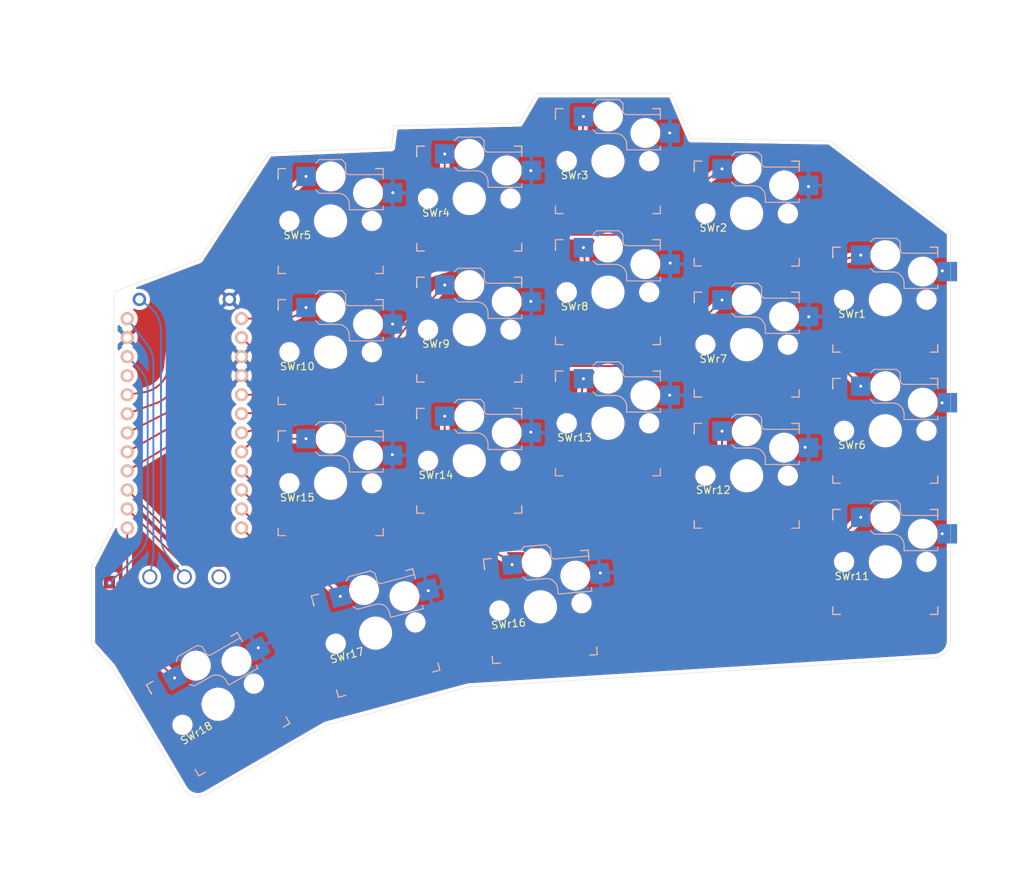
<source format=kicad_pcb>
(kicad_pcb (version 20211014) (generator pcbnew)
  (layers (0 "F.Cu" signal) (31 "B.Cu" signal) (34 "B.Paste" user) (35 "F.Paste" user) (36 "B.SilkS" user "B.Silkscreen") (37 "F.SilkS" user "F.Silkscreen") (38 "B.Mask" user) (39 "F.Mask" user) (44 "Edge.Cuts" user))
  (net 0 "")
  (net 1 "BT+")
  (net 2 "gnd")
  (net 3 "Net-(SW_POWER1-Pad1)")
  (net 4 "raw")
  (net 5 "Switch18_r")
  (net 6 "reset_r")
  (net 7 "Switch9_r")
  (net 8 "Switch10_r")
  (net 9 "Switch11_r")
  (net 10 "Switch12_r")
  (net 11 "Switch13_r")
  (net 12 "Switch14_r")
  (net 13 "Switch15_r")
  (net 14 "Switch16_r")
  (net 15 "Switch17_r")
  (net 16 "Switch1_r")
  (net 17 "Switch2_r")
  (net 18 "Switch3_r")
  (net 19 "Switch4_r")
  (net 20 "Switch5_r")
  (net 21 "Switch6_r")
  (net 22 "Switch7_r")
  (net 23 "Switch8_r")
  (net 24 "Net-(U2-Pad21)")
  (footprint "Button_Switch_Keyboard:Kailh_socket_PG1350_reversible" (layer "F.Cu") (at 176.531791 103.894901)
    (fp_text reference "SWr12" (at -4.445 1.905 180) (layer "F.SilkS"))
    (fp_text value "SW_Push")
    (pad "" np_thru_hole circle locked (at 5.5 0 180) (size 1.7018 1.7018) (drill 1.7018) (layers *.Cu *.Mask))
    (pad "" np_thru_hole circle locked (at -5.5 0 180) (size 1.7018 1.7018) (drill 1.7018) (layers *.Cu *.Mask))
    (pad "" np_thru_hole circle locked (at 5 -3.75 180) (size 3 3) (drill 3) (layers *.Cu *.Mask))
    (pad "" np_thru_hole circle locked (at 0 0 180) (size 3.429 3.429) (drill 3.429) (layers *.Cu *.Mask))
    (pad "" np_thru_hole circle locked (at 0 -5.95 180) (size 3 3) (drill 3) (layers *.Cu *.Mask))
    (pad "1" smd rect locked (at -3.275 -5.95 180) (size 2.6 2.6) (layers "B.Cu" "B.Paste" "B.Mask") (net 10 "Switch12_r"))
    (pad "2" smd rect locked (at 8.275 -3.75 180) (size 2.6 2.6) (layers "B.Cu" "B.Paste" "B.Mask") (net 2 "gnd"))
  )
  (footprint "Button_Switch_Keyboard:Kailh_socket_PG1350_reversible" (layer "F.Cu") (at 195.031791 80.394901)
    (fp_text reference "SWr1" (at -4.445 1.905 180) (layer "F.SilkS"))
    (fp_text value "SW_Push")
    (pad "" np_thru_hole circle locked (at 0 0 180) (size 3.429 3.429) (drill 3.429) (layers *.Cu *.Mask))
    (pad "" np_thru_hole circle locked (at -5.5 0 180) (size 1.7018 1.7018) (drill 1.7018) (layers *.Cu *.Mask))
    (pad "" np_thru_hole circle locked (at 5 -3.75 180) (size 3 3) (drill 3) (layers *.Cu *.Mask))
    (pad "" np_thru_hole circle locked (at 5.5 0 180) (size 1.7018 1.7018) (drill 1.7018) (layers *.Cu *.Mask))
    (pad "" np_thru_hole circle locked (at 0 -5.95 180) (size 3 3) (drill 3) (layers *.Cu *.Mask))
    (pad "1" smd rect locked (at -3.275 -5.95 180) (size 2.6 2.6) (layers "B.Cu" "B.Paste" "B.Mask") (net 16 "Switch1_r"))
    (pad "2" smd rect locked (at 8.275 -3.75 180) (size 2.6 2.6) (layers "B.Cu" "B.Paste" "B.Mask") (net 2 "gnd"))
  )
  (footprint "Button_Switch_Keyboard:Kailh_socket_PG1350_reversible" (layer "F.Cu") (at 176.531791 68.894901)
    (fp_text reference "SWr2" (at -4.445 1.905 180) (layer "F.SilkS"))
    (fp_text value "SW_Push")
    (pad "" np_thru_hole circle locked (at 0 -5.95 180) (size 3 3) (drill 3) (layers *.Cu *.Mask))
    (pad "" np_thru_hole circle locked (at 5.5 0 180) (size 1.7018 1.7018) (drill 1.7018) (layers *.Cu *.Mask))
    (pad "" np_thru_hole circle locked (at 5 -3.75 180) (size 3 3) (drill 3) (layers *.Cu *.Mask))
    (pad "" np_thru_hole circle locked (at 0 0 180) (size 3.429 3.429) (drill 3.429) (layers *.Cu *.Mask))
    (pad "" np_thru_hole circle locked (at -5.5 0 180) (size 1.7018 1.7018) (drill 1.7018) (layers *.Cu *.Mask))
    (pad "1" smd rect locked (at -3.275 -5.95 180) (size 2.6 2.6) (layers "B.Cu" "B.Paste" "B.Mask") (net 17 "Switch2_r"))
    (pad "2" smd rect locked (at 8.275 -3.75 180) (size 2.6 2.6) (layers "B.Cu" "B.Paste" "B.Mask") (net 2 "gnd"))
  )
  (footprint "Button_Switch_Keyboard:Kailh_socket_PG1350_reversible" (layer "F.Cu") (at 139.531791 101.894901)
    (fp_text reference "SWr14" (at -4.445 1.905 180) (layer "F.SilkS"))
    (fp_text value "SW_Push")
    (pad "" np_thru_hole circle locked (at 0 0 180) (size 3.429 3.429) (drill 3.429) (layers *.Cu *.Mask))
    (pad "" np_thru_hole circle locked (at -5.5 0 180) (size 1.7018 1.7018) (drill 1.7018) (layers *.Cu *.Mask))
    (pad "" np_thru_hole circle locked (at 5 -3.75 180) (size 3 3) (drill 3) (layers *.Cu *.Mask))
    (pad "" np_thru_hole circle locked (at 0 -5.95 180) (size 3 3) (drill 3) (layers *.Cu *.Mask))
    (pad "" np_thru_hole circle locked (at 5.5 0 180) (size 1.7018 1.7018) (drill 1.7018) (layers *.Cu *.Mask))
    (pad "1" smd rect locked (at -3.275 -5.95 180) (size 2.6 2.6) (layers "B.Cu" "B.Paste" "B.Mask") (net 12 "Switch14_r"))
    (pad "2" smd rect locked (at 8.275 -3.75 180) (size 2.6 2.6) (layers "B.Cu" "B.Paste" "B.Mask") (net 2 "gnd"))
  )
  (footprint "Button_Switch_Keyboard:Kailh_socket_PG1350_reversible" (layer "F.Cu") (at 106.031791 134.394901 30)
    (fp_text reference "SWr18" (at -4.445 1.905 210) (layer "F.SilkS"))
    (fp_text value "SW_Push")
    (pad "" np_thru_hole circle locked (at 5 -3.75 210) (size 3 3) (drill 3) (layers *.Cu *.Mask))
    (pad "" np_thru_hole circle locked (at -5.5 0 210) (size 1.7018 1.7018) (drill 1.7018) (layers *.Cu *.Mask))
    (pad "" np_thru_hole circle locked (at 0 0 210) (size 3.429 3.429) (drill 3.429) (layers *.Cu *.Mask))
    (pad "" np_thru_hole circle locked (at 5.5 0 210) (size 1.7018 1.7018) (drill 1.7018) (layers *.Cu *.Mask))
    (pad "" np_thru_hole circle locked (at 0 -5.95 210) (size 3 3) (drill 3) (layers *.Cu *.Mask))
    (pad "1" smd rect locked (at -3.275 -5.95 210) (size 2.6 2.6) (layers "B.Cu" "B.Paste" "B.Mask") (net 5 "Switch18_r"))
    (pad "2" smd rect locked (at 8.275 -3.75 210) (size 2.6 2.6) (layers "B.Cu" "B.Paste" "B.Mask") (net 2 "gnd"))
  )
  (footprint "Button_Switch_Keyboard:Kailh_socket_PG1350_reversible" (layer "F.Cu") (at 149.031791 121.394901 5)
    (fp_text reference "SWr16" (at -4.445 1.905 185) (layer "F.SilkS"))
    (fp_text value "SW_Push")
    (pad "" np_thru_hole circle locked (at 0 0 185) (size 3.429 3.429) (drill 3.429) (layers *.Cu *.Mask))
    (pad "" np_thru_hole circle locked (at 5.5 0 185) (size 1.7018 1.7018) (drill 1.7018) (layers *.Cu *.Mask))
    (pad "" np_thru_hole circle locked (at 5 -3.75 185) (size 3 3) (drill 3) (layers *.Cu *.Mask))
    (pad "" np_thru_hole circle locked (at 0 -5.95 185) (size 3 3) (drill 3) (layers *.Cu *.Mask))
    (pad "" np_thru_hole circle locked (at -5.5 0 185) (size 1.7018 1.7018) (drill 1.7018) (layers *.Cu *.Mask))
    (pad "1" smd rect locked (at -3.275 -5.95 185) (size 2.6 2.6) (layers "B.Cu" "B.Paste" "B.Mask") (net 14 "Switch16_r"))
    (pad "2" smd rect locked (at 8.275 -3.75 185) (size 2.6 2.6) (layers "B.Cu" "B.Paste" "B.Mask") (net 2 "gnd"))
  )
  (footprint "Button_Switch_Keyboard:Kailh_socket_PG1350_reversible" (layer "F.Cu") (at 195.031791 115.394901)
    (fp_text reference "SWr11" (at -4.445 1.905 180) (layer "F.SilkS"))
    (fp_text value "SW_Push")
    (pad "" np_thru_hole circle locked (at 5 -3.75 180) (size 3 3) (drill 3) (layers *.Cu *.Mask))
    (pad "" np_thru_hole circle locked (at 0 -5.95 180) (size 3 3) (drill 3) (layers *.Cu *.Mask))
    (pad "" np_thru_hole circle locked (at 0 0 180) (size 3.429 3.429) (drill 3.429) (layers *.Cu *.Mask))
    (pad "" np_thru_hole circle locked (at 5.5 0 180) (size 1.7018 1.7018) (drill 1.7018) (layers *.Cu *.Mask))
    (pad "" np_thru_hole circle locked (at -5.5 0 180) (size 1.7018 1.7018) (drill 1.7018) (layers *.Cu *.Mask))
    (pad "1" smd rect locked (at -3.275 -5.95 180) (size 2.6 2.6) (layers "B.Cu" "B.Paste" "B.Mask") (net 9 "Switch11_r"))
    (pad "2" smd rect locked (at 8.275 -3.75 180) (size 2.6 2.6) (layers "B.Cu" "B.Paste" "B.Mask") (net 2 "gnd"))
  )
  (footprint "Button_Switch_Keyboard:Kailh_socket_PG1350_reversible" (layer "F.Cu") (at 139.531791 84.394901)
    (fp_text reference "SWr9" (at -4.445 1.905 180) (layer "F.SilkS"))
    (fp_text value "SW_Push")
    (pad "" np_thru_hole circle locked (at -5.5 0 180) (size 1.7018 1.7018) (drill 1.7018) (layers *.Cu *.Mask))
    (pad "" np_thru_hole circle locked (at 5 -3.75 180) (size 3 3) (drill 3) (layers *.Cu *.Mask))
    (pad "" np_thru_hole circle locked (at 0 0 180) (size 3.429 3.429) (drill 3.429) (layers *.Cu *.Mask))
    (pad "" np_thru_hole circle locked (at 0 -5.95 180) (size 3 3) (drill 3) (layers *.Cu *.Mask))
    (pad "" np_thru_hole circle locked (at 5.5 0 180) (size 1.7018 1.7018) (drill 1.7018) (layers *.Cu *.Mask))
    (pad "1" smd rect locked (at -3.275 -5.95 180) (size 2.6 2.6) (layers "B.Cu" "B.Paste" "B.Mask") (net 7 "Switch9_r"))
    (pad "2" smd rect locked (at 8.275 -3.75 180) (size 2.6 2.6) (layers "B.Cu" "B.Paste" "B.Mask") (net 2 "gnd"))
  )
  (footprint "Sweepv2_extras:battery hole" (layer "F.Cu") (at 107.531791 81.394901)
    (fp_text reference "-" (at 1.88 0.96) (layer "F.SilkS"))
    (fp_text value "MountingHole_Pad" hide)
    (pad "1" thru_hole circle locked (at 0 -1.04) (size 1.8 1.8) (drill 1.1) (layers *.Cu *.Mask) (net 2 "gnd"))
  )
  (footprint "Button_Switch_Keyboard:Kailh_socket_PG1350_reversible" (layer "F.Cu") (at 127.031791 124.894901 15)
    (fp_text reference "SWr17" (at -4.445 1.905 195) (layer "F.SilkS"))
    (fp_text value "SW_Push")
    (pad "" np_thru_hole circle locked (at 0 0 195) (size 3.429 3.429) (drill 3.429) (layers *.Cu *.Mask))
    (pad "" np_thru_hole circle locked (at -5.5 0 195) (size 1.7018 1.7018) (drill 1.7018) (layers *.Cu *.Mask))
    (pad "" np_thru_hole circle locked (at 5 -3.75 195) (size 3 3) (drill 3) (layers *.Cu *.Mask))
    (pad "" np_thru_hole circle locked (at 0 -5.95 195) (size 3 3) (drill 3) (layers *.Cu *.Mask))
    (pad "" np_thru_hole circle locked (at 5.5 0 195) (size 1.7018 1.7018) (drill 1.7018) (layers *.Cu *.Mask))
    (pad "1" smd rect locked (at -3.275 -5.95 195) (size 2.6 2.6) (layers "B.Cu" "B.Paste" "B.Mask") (net 15 "Switch17_r"))
    (pad "2" smd rect locked (at 8.275 -3.75 195) (size 2.6 2.6) (layers "B.Cu" "B.Paste" "B.Mask") (net 2 "gnd"))
  )
  (footprint "Button_Switch_Keyboard:Kailh_socket_PG1350_reversible" (layer "F.Cu") (at 121.031791 87.394901)
    (fp_text reference "SWr10" (at -4.445 1.905 180) (layer "F.SilkS"))
    (fp_text value "SW_Push")
    (pad "" np_thru_hole circle locked (at 0 -5.95 180) (size 3 3) (drill 3) (layers *.Cu *.Mask))
    (pad "" np_thru_hole circle locked (at 5 -3.75 180) (size 3 3) (drill 3) (layers *.Cu *.Mask))
    (pad "" np_thru_hole circle locked (at 5.5 0 180) (size 1.7018 1.7018) (drill 1.7018) (layers *.Cu *.Mask))
    (pad "" np_thru_hole circle locked (at -5.5 0 180) (size 1.7018 1.7018) (drill 1.7018) (layers *.Cu *.Mask))
    (pad "" np_thru_hole circle locked (at 0 0 180) (size 3.429 3.429) (drill 3.429) (layers *.Cu *.Mask))
    (pad "1" smd rect locked (at -3.275 -5.95 180) (size 2.6 2.6) (layers "B.Cu" "B.Paste" "B.Mask") (net 8 "Switch10_r"))
    (pad "2" smd rect locked (at 8.275 -3.75 180) (size 2.6 2.6) (layers "B.Cu" "B.Paste" "B.Mask") (net 2 "gnd"))
  )
  (footprint "Button_Switch_Keyboard:Kailh_socket_PG1350_reversible" (layer "F.Cu") (at 121.031791 104.894901)
    (fp_text reference "SWr15" (at -4.445 1.905 180) (layer "F.SilkS"))
    (fp_text value "SW_Push")
    (pad "" np_thru_hole circle locked (at 5.5 0 180) (size 1.7018 1.7018) (drill 1.7018) (layers *.Cu *.Mask))
    (pad "" np_thru_hole circle locked (at 0 -5.95 180) (size 3 3) (drill 3) (layers *.Cu *.Mask))
    (pad "" np_thru_hole circle locked (at 5 -3.75 180) (size 3 3) (drill 3) (layers *.Cu *.Mask))
    (pad "" np_thru_hole circle locked (at -5.5 0 180) (size 1.7018 1.7018) (drill 1.7018) (layers *.Cu *.Mask))
    (pad "" np_thru_hole circle locked (at 0 0 180) (size 3.429 3.429) (drill 3.429) (layers *.Cu *.Mask))
    (pad "1" smd rect locked (at -3.275 -5.95 180) (size 2.6 2.6) (layers "B.Cu" "B.Paste" "B.Mask") (net 13 "Switch15_r"))
    (pad "2" smd rect locked (at 8.275 -3.75 180) (size 2.6 2.6) (layers "B.Cu" "B.Paste" "B.Mask") (net 2 "gnd"))
  )
  (footprint "Sweepv2_extras:SW_SPST_B3U-1000P" (layer "F.Cu") (at 91.531791 121.394901 90)
    (fp_text reference "RSW2" hide)
    (fp_text value "SW_Push" hide)
    (pad "1" smd rect locked (at -3.3 0 90) (size 1.7 1.5) (layers "F.Cu" "F.Paste" "F.Mask") (net 2 "gnd"))
    (pad "2" smd rect locked (at 3.3 0 90) (size 1.7 1.5) (layers "F.Cu" "F.Paste" "F.Mask") (net 6 "reset_r"))
  )
  (footprint "Sweepv2_extras:battery hole" (layer "F.Cu") (at 95.531791 81.394901)
    (fp_text reference "+" (at -2.02 0.86) (layer "F.SilkS"))
    (fp_text value "MountingHole_Pad" hide)
    (pad "1" thru_hole circle locked (at 0 -1.04) (size 1.8 1.8) (drill 1.1) (layers *.Cu *.Mask) (net 1 "BT+"))
  )
  (footprint "Button_Switch_Keyboard:Kailh_socket_PG1350_reversible" (layer "F.Cu") (at 139.531791 66.894901)
    (fp_text reference "SWr4" (at -4.445 1.905 180) (layer "F.SilkS"))
    (fp_text value "SW_Push")
    (pad "" np_thru_hole circle locked (at 0 0 180) (size 3.429 3.429) (drill 3.429) (layers *.Cu *.Mask))
    (pad "" np_thru_hole circle locked (at 5 -3.75 180) (size 3 3) (drill 3) (layers *.Cu *.Mask))
    (pad "" np_thru_hole circle locked (at 0 -5.95 180) (size 3 3) (drill 3) (layers *.Cu *.Mask))
    (pad "" np_thru_hole circle locked (at 5.5 0 180) (size 1.7018 1.7018) (drill 1.7018) (layers *.Cu *.Mask))
    (pad "" np_thru_hole circle locked (at -5.5 0 180) (size 1.7018 1.7018) (drill 1.7018) (layers *.Cu *.Mask))
    (pad "1" smd rect locked (at -3.275 -5.95 180) (size 2.6 2.6) (layers "B.Cu" "B.Paste" "B.Mask") (net 19 "Switch4_r"))
    (pad "2" smd rect locked (at 8.275 -3.75 180) (size 2.6 2.6) (layers "B.Cu" "B.Paste" "B.Mask") (net 2 "gnd"))
  )
  (footprint "Button_Switch_Keyboard:Kailh_socket_PG1350_reversible" (layer "F.Cu") (at 158.031791 96.894901)
    (fp_text reference "SWr13" (at -4.445 1.905 180) (layer "F.SilkS"))
    (fp_text value "SW_Push")
    (pad "" np_thru_hole circle locked (at 0 -5.95 180) (size 3 3) (drill 3) (layers *.Cu *.Mask))
    (pad "" np_thru_hole circle locked (at 5 -3.75 180) (size 3 3) (drill 3) (layers *.Cu *.Mask))
    (pad "" np_thru_hole circle locked (at -5.5 0 180) (size 1.7018 1.7018) (drill 1.7018) (layers *.Cu *.Mask))
    (pad "" np_thru_hole circle locked (at 0 0 180) (size 3.429 3.429) (drill 3.429) (layers *.Cu *.Mask))
    (pad "" np_thru_hole circle locked (at 5.5 0 180) (size 1.7018 1.7018) (drill 1.7018) (layers *.Cu *.Mask))
    (pad "1" smd rect locked (at -3.275 -5.95 180) (size 2.6 2.6) (layers "B.Cu" "B.Paste" "B.Mask") (net 11 "Switch13_r"))
    (pad "2" smd rect locked (at 8.275 -3.75 180) (size 2.6 2.6) (layers "B.Cu" "B.Paste" "B.Mask") (net 2 "gnd"))
  )
  (footprint "Button_Switch_Keyboard:Kailh_socket_PG1350_reversible" (layer "F.Cu") (at 176.531791 86.394901)
    (fp_text reference "SWr7" (at -4.445 1.905 180) (layer "F.SilkS"))
    (fp_text value "SW_Push")
    (pad "" np_thru_hole circle locked (at 0 0 180) (size 3.429 3.429) (drill 3.429) (layers *.Cu *.Mask))
    (pad "" np_thru_hole circle locked (at 5 -3.75 180) (size 3 3) (drill 3) (layers *.Cu *.Mask))
    (pad "" np_thru_hole circle locked (at -5.5 0 180) (size 1.7018 1.7018) (drill 1.7018) (layers *.Cu *.Mask))
    (pad "" np_thru_hole circle locked (at 0 -5.95 180) (size 3 3) (drill 3) (layers *.Cu *.Mask))
    (pad "" np_thru_hole circle locked (at 5.5 0 180) (size 1.7018 1.7018) (drill 1.7018) (layers *.Cu *.Mask))
    (pad "1" smd rect locked (at -3.275 -5.95 180) (size 2.6 2.6) (layers "B.Cu" "B.Paste" "B.Mask") (net 22 "Switch7_r"))
    (pad "2" smd rect locked (at 8.275 -3.75 180) (size 2.6 2.6) (layers "B.Cu" "B.Paste" "B.Mask") (net 2 "gnd"))
  )
  (footprint "Button_Switch_Keyboard:Kailh_socket_PG1350_reversible" (layer "F.Cu") (at 158.031791 79.394901)
    (fp_text reference "SWr8" (at -4.445 1.905 180) (layer "F.SilkS"))
    (fp_text value "SW_Push")
    (pad "" np_thru_hole circle locked (at 5 -3.75 180) (size 3 3) (drill 3) (layers *.Cu *.Mask))
    (pad "" np_thru_hole circle locked (at 0 0 180) (size 3.429 3.429) (drill 3.429) (layers *.Cu *.Mask))
    (pad "" np_thru_hole circle locked (at -5.5 0 180) (size 1.7018 1.7018) (drill 1.7018) (layers *.Cu *.Mask))
    (pad "" np_thru_hole circle locked (at 0 -5.95 180) (size 3 3) (drill 3) (layers *.Cu *.Mask))
    (pad "" np_thru_hole circle locked (at 5.5 0 180) (size 1.7018 1.7018) (drill 1.7018) (layers *.Cu *.Mask))
    (pad "1" smd rect locked (at -3.275 -5.95 180) (size 2.6 2.6) (layers "B.Cu" "B.Paste" "B.Mask") (net 23 "Switch8_r"))
    (pad "2" smd rect locked (at 8.275 -3.75 180) (size 2.6 2.6) (layers "B.Cu" "B.Paste" "B.Mask") (net 2 "gnd"))
  )
  (footprint "Button_Switch_Keyboard:Kailh_socket_PG1350_reversible" (layer "F.Cu") (at 195.031791 97.894901)
    (fp_text reference "SWr6" (at -4.445 1.905 180) (layer "F.SilkS"))
    (fp_text value "SW_Push")
    (pad "" np_thru_hole circle locked (at 0 -5.95 180) (size 3 3) (drill 3) (layers *.Cu *.Mask))
    (pad "" np_thru_hole circle locked (at 5.5 0 180) (size 1.7018 1.7018) (drill 1.7018) (layers *.Cu *.Mask))
    (pad "" np_thru_hole circle locked (at 5 -3.75 180) (size 3 3) (drill 3) (layers *.Cu *.Mask))
    (pad "" np_thru_hole circle locked (at 0 0 180) (size 3.429 3.429) (drill 3.429) (layers *.Cu *.Mask))
    (pad "" np_thru_hole circle locked (at -5.5 0 180) (size 1.7018 1.7018) (drill 1.7018) (layers *.Cu *.Mask))
    (pad "1" smd rect locked (at -3.275 -5.95 180) (size 2.6 2.6) (layers "B.Cu" "B.Paste" "B.Mask") (net 21 "Switch6_r"))
    (pad "2" smd rect locked (at 8.275 -3.75 180) (size 2.6 2.6) (layers "B.Cu" "B.Paste" "B.Mask") (net 2 "gnd"))
  )
  (footprint "Button_Switch_Keyboard:Kailh_socket_PG1350_reversible" (layer "F.Cu") (at 121.031791 69.894901)
    (fp_text reference "SWr5" (at -4.445 1.905 180) (layer "F.SilkS"))
    (fp_text value "SW_Push")
    (pad "" np_thru_hole circle (at -5.5 0 180) (size 1.7018 1.7018) (drill 1.7018) (layers *.Cu *.Mask))
    (pad "" np_thru_hole circle (at 5.5 0 180) (size 1.7018 1.7018) (drill 1.7018) (layers *.Cu *.Mask))
    (pad "" np_thru_hole circle (at 5 -3.75 180) (size 3 3) (drill 3) (layers *.Cu *.Mask))
    (pad "" np_thru_hole circle (at 0 -5.95 180) (size 3 3) (drill 3) (layers *.Cu *.Mask))
    (pad "" np_thru_hole circle (at 0 0 180) (size 3.429 3.429) (drill 3.429) (layers *.Cu *.Mask))
    (pad "1" smd rect (at -3.275 -5.95 180) (size 2.6 2.6) (layers "B.Cu" "B.Paste" "B.Mask") (net 20 "Switch5_r"))
    (pad "2" smd rect (at 8.275 -3.75 180) (size 2.6 2.6) (layers "B.Cu" "B.Paste" "B.Mask") (net 2 "gnd"))
  )
  (footprint "Button_Switch_Keyboard:Kailh_socket_PG1350_reversible" (layer "F.Cu") (at 158.031791 61.894901)
    (fp_text reference "SWr3" (at -4.445 1.905 180) (layer "F.SilkS"))
    (fp_text value "SW_Push")
    (pad "" np_thru_hole circle locked (at 5.5 0 180) (size 1.7018 1.7018) (drill 1.7018) (layers *.Cu *.Mask))
    (pad "" np_thru_hole circle locked (at 0 0 180) (size 3.429 3.429) (drill 3.429) (layers *.Cu *.Mask))
    (pad "" np_thru_hole circle locked (at -5.5 0 180) (size 1.7018 1.7018) (drill 1.7018) (layers *.Cu *.Mask))
    (pad "" np_thru_hole circle locked (at 5 -3.75 180) (size 3 3) (drill 3) (layers *.Cu *.Mask))
    (pad "" np_thru_hole circle locked (at 0 -5.95 180) (size 3 3) (drill 3) (layers *.Cu *.Mask))
    (pad "1" smd rect locked (at -3.275 -5.95 180) (size 2.6 2.6) (layers "B.Cu" "B.Paste" "B.Mask") (net 18 "Switch3_r"))
    (pad "2" smd rect locked (at 8.275 -3.75 180) (size 2.6 2.6) (layers "B.Cu" "B.Paste" "B.Mask") (net 2 "gnd"))
  )
  (footprint "Sweepv2_extras:nice_nano" (layer "B.Cu") (at 101.531791 96.894901 -90)
    (fp_text reference "U2" hide)
    (fp_text value "nice_nano" hide)
    (pad "1" thru_hole circle locked (at -13.97 -7.62 270) (size 1.7526 1.7526) (drill 1.0922) (layers *.Cu *.SilkS *.Mask) (net 8 "Switch10_r"))
    (pad "2" thru_hole circle locked (at -11.43 -7.62 270) (size 1.7526 1.7526) (drill 1.0922) (layers *.Cu *.SilkS *.Mask) (net 7 "Switch9_r"))
    (pad "3" thru_hole circle locked (at -8.89 -7.62 270) (size 1.7526 1.7526) (drill 1.0922) (layers *.Cu *.SilkS *.Mask) (net 2 "gnd"))
    (pad "4" thru_hole circle locked (at -6.35 -7.62 270) (size 1.7526 1.7526) (drill 1.0922) (layers *.Cu *.SilkS *.Mask) (net 2 "gnd"))
    (pad "5" thru_hole circle locked (at -3.81 -7.62 270) (size 1.7526 1.7526) (drill 1.0922) (layers *.Cu *.SilkS *.Mask) (net 23 "Switch8_r"))
    (pad "6" thru_hole circle locked (at -1.27 -7.62 270) (size 1.7526 1.7526) (drill 1.0922) (layers *.Cu *.SilkS *.Mask) (net 22 "Switch7_r"))
    (pad "7" thru_hole circle locked (at 1.27 -7.62 270) (size 1.7526 1.7526) (drill 1.0922) (layers *.Cu *.SilkS *.Mask) (net 21 "Switch6_r"))
    (pad "8" thru_hole circle locked (at 3.81 -7.62 270) (size 1.7526 1.7526) (drill 1.0922) (layers *.Cu *.SilkS *.Mask) (net 13 "Switch15_r"))
    (pad "9" thru_hole circle locked (at 6.35 -7.62 270) (size 1.7526 1.7526) (drill 1.0922) (layers *.Cu *.SilkS *.Mask) (net 12 "Switch14_r"))
    (pad "10" thru_hole circle locked (at 8.89 -7.62 270) (size 1.7526 1.7526) (drill 1.0922) (layers *.Cu *.SilkS *.Mask) (net 11 "Switch13_r"))
    (pad "11" thru_hole circle locked (at 11.43 -7.62 270) (size 1.7526 1.7526) (drill 1.0922) (layers *.Cu *.SilkS *.Mask) (net 10 "Switch12_r"))
    (pad "12" thru_hole circle locked (at 13.97 -7.62 270) (size 1.7526 1.7526) (drill 1.0922) (layers *.Cu *.SilkS *.Mask) (net 9 "Switch11_r"))
    (pad "13" thru_hole circle locked (at 13.97 7.62 270) (size 1.7526 1.7526) (drill 1.0922) (layers *.Cu *.SilkS *.Mask) (net 5 "Switch18_r"))
    (pad "14" thru_hole circle locked (at 11.43 7.62 270) (size 1.7526 1.7526) (drill 1.0922) (layers *.Cu *.SilkS *.Mask) (net 15 "Switch17_r"))
    (pad "15" thru_hole circle locked (at 8.89 7.62 270) (size 1.7526 1.7526) (drill 1.0922) (layers *.Cu *.SilkS *.Mask) (net 14 "Switch16_r"))
    (pad "16" thru_hole circle locked (at 6.35 7.62 270) (size 1.7526 1.7526) (drill 1.0922) (layers *.Cu *.SilkS *.Mask) (net 16 "Switch1_r"))
    (pad "17" thru_hole circle locked (at 3.81 7.62 270) (size 1.7526 1.7526) (drill 1.0922) (layers *.Cu *.SilkS *.Mask) (net 17 "Switch2_r"))
    (pad "18" thru_hole circle locked (at 1.27 7.62 270) (size 1.7526 1.7526) (drill 1.0922) (layers *.Cu *.SilkS *.Mask) (net 18 "Switch3_r"))
    (pad "19" thru_hole circle locked (at -1.27 7.62 270) (size 1.7526 1.7526) (drill 1.0922) (layers *.Cu *.SilkS *.Mask) (net 19 "Switch4_r"))
    (pad "20" thru_hole circle locked (at -3.81 7.62 270) (size 1.7526 1.7526) (drill 1.0922) (layers *.Cu *.SilkS *.Mask) (net 20 "Switch5_r"))
    (pad "21" thru_hole circle locked (at -6.35 7.62 270) (size 1.7526 1.7526) (drill 1.0922) (layers *.Cu *.SilkS *.Mask) (net 24 "Net-(U2-Pad21)"))
    (pad "22" thru_hole circle locked (at -8.89 7.62 270) (size 1.7526 1.7526) (drill 1.0922) (layers *.Cu *.SilkS *.Mask) (net 6 "reset_r"))
    (pad "23" thru_hole circle locked (at -11.43 7.62 270) (size 1.7526 1.7526) (drill 1.0922) (layers *.Cu *.SilkS *.Mask) (net 2 "gnd"))
    (pad "24" thru_hole circle locked (at -13.97 7.62 270) (size 1.7526 1.7526) (drill 1.0922) (layers *.Cu *.SilkS *.Mask) (net 4 "raw"))
  )
  (footprint "Sweepv2_extras:bigswitch" (layer "B.Cu") (at 101.531791 117.394901 180)
    (fp_text reference "SW_POWER1" hide)
    (fp_text value "SW_SPDT" hide)
    (pad "1" thru_hole circle locked (at -4.62 0 180) (size 2 2) (drill 1.5) (layers *.Cu *.Mask) (net 3 "Net-(SW_POWER1-Pad1)"))
    (pad "2" thru_hole circle locked (at 0 0 180) (size 2 2) (drill 1.5) (layers *.Cu *.Mask) (net 1 "BT+"))
    (pad "3" thru_hole circle locked (at 4.62 0 180) (size 2 2) (drill 1.5) (layers *.Cu *.Mask) (net 4 "raw"))
  )
  (gr_line (start 203.731791 107.474901) (end 203.731791 125.894901) (layer "Edge.Cuts") (width 0.05))
  (gr_line (start 203.731791 71.394901) (end 203.731791 81.566901) (layer "Edge.Cuts") (width 0.05))
  (gr_line (start 203.731791 81.554901) (end 203.731791 107.474901) (layer "Edge.Cuts") (width 0.05))
  (gr_line (start 187.631791 59.194901) (end 203.731791 71.394901) (layer "Edge.Cuts") (width 0.05))
  (gr_line (start 129.531791 57.194901) (end 146.231791 56.794901) (layer "Edge.Cuts") (width 0.05))
  (gr_line (start 112.831791 60.794901) (end 129.131791 60.094901) (layer "Edge.Cuts") (width 0.05))
  (gr_line (start 92.131791 79.344901) (end 103.531791 75.026901) (layer "Edge.Cuts") (width 0.05))
  (gr_line (start 146.231791 56.794901) (end 148.531791 52.894901) (layer "Edge.Cuts") (width 0.05))
  (gr_line (start 101.331791 145.494901) (end 91.831791 129.394901) (layer "Edge.Cuts") (width 0.05))
  (gr_line (start 169.131791 58.894901) (end 187.631791 59.194901) (layer "Edge.Cuts") (width 0.05))
  (gr_line (start 89.131791 115.994901) (end 92.131791 110.194901) (layer "Edge.Cuts") (width 0.05))
  (gr_line (start 91.831791 129.394901) (end 89.131791 126.394901) (layer "Edge.Cuts") (width 0.05))
  (gr_line (start 103.531791 75.026901) (end 112.831791 60.794901) (layer "Edge.Cuts") (width 0.05))
  (gr_line (start 201.431791 128.194901) (end 139.431791 132.094901) (layer "Edge.Cuts") (width 0.05))
  (gr_line (start 120.431791 137.194901) (end 104.492259 146.406264) (layer "Edge.Cuts") (width 0.05))
  (gr_line (start 89.131791 126.394901) (end 89.131791 115.994901) (layer "Edge.Cuts") (width 0.05))
  (gr_line (start 129.131791 60.094901) (end 129.531791 57.194901) (layer "Edge.Cuts") (width 0.05))
  (gr_line (start 148.531791 52.894901) (end 166.531791 52.894901) (layer "Edge.Cuts") (width 0.05))
  (gr_arc (start 104.492259 146.406264) (mid 102.712235 146.643424) (end 101.331791 145.494901) (layer "Edge.Cuts") (width 0.05))
  (gr_line (start 92.131791 110.194901) (end 92.131791 79.344901) (layer "Edge.Cuts") (width 0.05))
  (gr_line (start 166.531791 52.894901) (end 169.131791 58.894901) (layer "Edge.Cuts") (width 0.05))
  (gr_line (start 139.431791 132.094901) (end 120.431791 137.194901) (layer "Edge.Cuts") (width 0.05))
  (gr_arc (start 203.731791 125.894901) (mid 203.058137 127.521247) (end 201.431791 128.194901) (layer "Edge.Cuts") (width 0.05))
  (segment (start 101.531791 117.394901) (end 99.290273 114.606636) (width 0.25) (layer "B.Cu") (net 1))
  (segment (start 98.407791 112.100428) (end 98.407791 84.493054) (width 0.25) (layer "B.Cu") (net 1))
  (segment (start 96.776839 81.270072) (end 95.531791 80.354901) (width 0.25) (layer "B.Cu") (net 1))
  (arc (start 98.407791 112.100428) (mid 98.634856 113.428947) (end 99.290273 114.606636) (width 0.25) (layer "B.Cu") (net 1))
  (arc (start 96.776839 81.270072) (mid 97.976838 82.68698) (end 98.407791 84.493054) (width 0.25) (layer "B.Cu") (net 1))
  (via (at 129.309791 83.654901) (size 0.8) (drill 0.4) (layers "F.Cu" "B.Cu") (net 2))
  (via (at 134.059791 119.244901) (size 0.8) (drill 0.4) (layers "F.Cu" "B.Cu") (net 2))
  (via (at 166.269791 58.144901) (size 0.8) (drill 0.4) (layers "F.Cu" "B.Cu") (net 2))
  (via (at 184.819791 82.674901) (size 0.8) (drill 0.4) (layers "F.Cu" "B.Cu") (net 2))
  (via (at 147.739791 80.624901) (size 0.8) (drill 0.4) (layers "F.Cu" "B.Cu") (net 2))
  (via (at 202.609791 94.164901) (size 0.8) (drill 0.4) (layers "F.Cu" "B.Cu") (net 2))
  (via (at 166.329791 75.504901) (size 0.8) (drill 0.4) (layers "F.Cu" "B.Cu") (net 2))
  (via (at 147.739791 63.174901) (size 0.8) (drill 0.4) (layers "F.Cu" "B.Cu") (net 2))
  (via (at 166.269791 93.144901) (size 0.8) (drill 0.4) (layers "F.Cu" "B.Cu") (net 2))
  (via (at 184.789791 65.294901) (size 0.8) (drill 0.4) (layers "F.Cu" "B.Cu") (net 2))
  (via (at 157.009791 116.874901) (size 0.8) (drill 0.4) (layers "F.Cu" "B.Cu") (net 2))
  (via (at 129.279791 101.084901) (size 0.8) (drill 0.4) (layers "F.Cu" "B.Cu") (net 2))
  (via (at 111.389791 126.864901) (size 0.8) (drill 0.4) (layers "F.Cu" "B.Cu") (net 2))
  (via (at 147.739791 98.074901) (size 0.8) (drill 0.4) (layers "F.Cu" "B.Cu") (net 2))
  (via (at 202.619791 111.634901) (size 0.8) (drill 0.4) (layers "F.Cu" "B.Cu") (net 2))
  (via (at 202.639791 76.554901) (size 0.8) (drill 0.4) (layers "F.Cu" "B.Cu") (net 2))
  (via (at 184.339791 100.094901) (size 0.8) (drill 0.4) (layers "F.Cu" "B.Cu") (net 2))
  (via (at 129.339791 66.114901) (size 0.8) (drill 0.4) (layers "F.Cu" "B.Cu") (net 2))
  (segment (start 93.911791 82.924901) (end 96.568509 86.396956) (width 0.25) (layer "B.Cu") (net 4))
  (segment (start 97.331962 114.992926) (end 96.911791 117.394901) (width 0.25) (layer "B.Cu") (net 4))
  (segment (start 97.391791 88.82769) (end 97.391791 114.303683) (width 0.25) (layer "B.Cu") (net 4))
  (arc (start 96.568509 86.396956) (mid 97.180384 87.544504) (end 97.391791 88.82769) (width 0.25) (layer "B.Cu") (net 4))
  (arc (start 97.331962 114.992926) (mid 97.376806 114.6496) (end 97.391791 114.303683) (width 0.25) (layer "B.Cu") (net 4))
  (segment (start 93.911791 110.864901) (end 93.911791 122.913929) (width 0.25) (layer "F.Cu") (net 5))
  (segment (start 95.083364 125.742356) (end 100.220558 130.87955) (width 0.25) (layer "F.Cu") (net 5))
  (via (at 100.220558 130.87955) (size 0.8) (drill 0.4) (layers "F.Cu" "B.Cu") (net 5))
  (arc (start 95.083364 125.742356) (mid 94.216273 124.444663) (end 93.911791 122.913929) (width 0.25) (layer "F.Cu") (net 5))
  (segment (start 91.531791 118.188901) (end 91.549791 118.206901) (width 0.25) (layer "F.Cu") (net 6))
  (segment (start 91.531791 118.094901) (end 91.531791 118.188901) (width 0.25) (layer "F.Cu") (net 6))
  (via (at 91.549791 118.206901) (size 0.8) (drill 0.4) (layers "F.Cu" "B.Cu") (net 6))
  (segment (start 91.549791 118.206901) (end 95.458218 114.298474) (width 0.25) (layer "B.Cu") (net 6))
  (segment (start 96.629791 111.470047) (end 96.629791 92.379755) (width 0.25) (layer "B.Cu") (net 6))
  (segment (start 95.458218 89.551328) (end 93.911791 88.004901) (width 0.25) (layer "B.Cu") (net 6))
  (arc (start 96.629791 111.470047) (mid 96.325309 113.000781) (end 95.458218 114.298474) (width 0.25) (layer "B.Cu") (net 6))
  (arc (start 96.629791 92.379755) (mid 96.325309 90.849021) (end 95.458218 89.551328) (width 0.25) (layer "B.Cu") (net 6))
  (segment (start 131.110572 84.078881) (end 136.256791 78.444901) (width 0.25) (layer "F.Cu") (net 7))
  (segment (start 109.151791 85.464901) (end 113.248444 89.40417) (width 0.25) (layer "F.Cu") (net 7))
  (segment (start 127.662431 88.848701) (end 130.811055 84.448773) (width 0.25) (layer "F.Cu") (net 7))
  (segment (start 116.020944 90.520901) (end 124.409532 90.520901) (width 0.25) (layer "F.Cu") (net 7))
  (via (at 136.256791 78.444901) (size 0.8) (drill 0.4) (layers "F.Cu" "B.Cu") (net 7))
  (arc (start 130.811055 84.448773) (mid 130.955307 84.259368) (end 131.110572 84.078881) (width 0.25) (layer "F.Cu") (net 7))
  (arc (start 124.409532 90.520901) (mid 126.238302 90.078372) (end 127.662431 88.848701) (width 0.25) (layer "F.Cu") (net 7))
  (arc (start 113.248444 89.40417) (mid 114.526467 90.23123) (end 116.020944 90.520901) (width 0.25) (layer "F.Cu") (net 7))
  (segment (start 109.151791 82.924901) (end 114.619937 82.924901) (width 0.25) (layer "F.Cu") (net 8))
  (segment (start 109.151791 83.484901) (end 109.151791 82.924901) (width 0.25) (layer "F.Cu") (net 8))
  (segment (start 117.448364 81.753328) (end 117.756791 81.444901) (width 0.25) (layer "F.Cu") (net 8))
  (via (at 117.756791 81.444901) (size 0.8) (drill 0.4) (layers "F.Cu" "B.Cu") (net 8))
  (arc (start 117.448364 81.753328) (mid 116.150671 82.620419) (end 114.619937 82.924901) (width 0.25) (layer "F.Cu") (net 8))
  (segment (start 110.564548 112.277658) (end 109.151791 110.864901) (width 0.25) (layer "F.Cu") (net 9))
  (segment (start 179.559318 113.464901) (end 113.392975 113.449231) (width 0.25) (layer "F.Cu") (net 9))
  (segment (start 179.560265 113.464901) (end 186.079937 113.464901) (width 0.25) (layer "F.Cu") (net 9))
  (segment (start 188.908364 112.293328) (end 191.756791 109.444901) (width 0.25) (layer "F.Cu") (net 9))
  (via (at 191.756791 109.444901) (size 0.8) (drill 0.4) (layers "F.Cu" "B.Cu") (net 9))
  (arc (start 179.559318 113.464901) (mid 179.559791 113.464901) (end 179.560265 113.464901) (width 0.25) (layer "F.Cu") (net 9))
  (arc (start 186.079937 113.464901) (mid 187.610671 113.160419) (end 188.908364 112.293328) (width 0.25) (layer "F.Cu") (net 9))
  (arc (start 113.392975 113.449231) (mid 111.862241 113.144749) (end 110.564548 112.277658) (width 0.25) (layer "F.Cu") (net 9))
  (segment (start 170.1857 111.828138) (end 172.085218 109.92862) (width 0.25) (layer "F.Cu") (net 10))
  (segment (start 173.256791 107.100193) (end 173.256791 97.944901) (width 0.25) (layer "F.Cu") (net 10))
  (segment (start 112.655028 111.828138) (end 109.151791 108.324901) (width 0.25) (layer "F.Cu") (net 10))
  (segment (start 167.357273 112.999711) (end 115.483455 112.999711) (width 0.25) (layer "F.Cu") (net 10))
  (via (at 173.256791 97.944901) (size 0.8) (drill 0.4) (layers "F.Cu" "B.Cu") (net 10))
  (arc (start 167.357273 112.999711) (mid 168.888007 112.695229) (end 170.1857 111.828138) (width 0.25) (layer "F.Cu") (net 10))
  (arc (start 173.256791 107.100193) (mid 172.952309 108.630927) (end 172.085218 109.92862) (width 0.25) (layer "F.Cu") (net 10))
  (arc (start 112.655028 111.828138) (mid 113.952721 112.695229) (end 115.483455 112.999711) (width 0.25) (layer "F.Cu") (net 10))
  (segment (start 148.684056 110.433147) (end 153.202553 101.964448) (width 0.25) (layer "F.Cu") (net 11))
  (segment (start 117.573935 112.550191) (end 145.154965 112.550191) (width 0.25) (layer "F.Cu") (net 11))
  (segment (start 109.151791 105.784901) (end 114.745508 111.378618) (width 0.25) (layer "F.Cu") (net 11))
  (segment (start 153.646977 100.541038) (end 154.756791 90.944901) (width 0.25) (layer "F.Cu") (net 11))
  (via (at 154.756791 90.944901) (size 0.8) (drill 0.4) (layers "F.Cu" "B.Cu") (net 11))
  (arc (start 114.745508 111.378618) (mid 116.043201 112.245709) (end 117.573935 112.550191) (width 0.25) (layer "F.Cu") (net 11))
  (arc (start 153.646977 100.541038) (mid 153.491681 101.273636) (end 153.202553 101.964448) (width 0.25) (layer "F.Cu") (net 11))
  (arc (start 145.154965 112.550191) (mid 147.212655 111.980338) (end 148.684056 110.433147) (width 0.25) (layer "F.Cu") (net 11))
  (segment (start 131.143718 111.145205) (end 133.850389 109.969538) (width 0.25) (layer "F.Cu") (net 12))
  (segment (start 109.151791 103.244901) (end 116.835988 110.929098) (width 0.25) (layer "F.Cu") (net 12))
  (segment (start 119.664415 112.100671) (end 129.799104 111.468601) (width 0.25) (layer "F.Cu") (net 12))
  (segment (start 136.256791 106.30069) (end 136.256791 95.944901) (width 0.25) (layer "F.Cu") (net 12))
  (via (at 136.256791 95.944901) (size 0.8) (drill 0.4) (layers "F.Cu" "B.Cu") (net 12))
  (arc (start 116.835988 110.929098) (mid 118.133681 111.796189) (end 119.664415 112.100671) (width 0.25) (layer "F.Cu") (net 12))
  (arc (start 133.850389 109.969538) (mid 135.601518 108.4945) (end 136.256791 106.30069) (width 0.25) (layer "F.Cu") (net 12))
  (arc (start 131.143718 111.145205) (mid 130.485493 111.365454) (end 129.799104 111.468601) (width 0.25) (layer "F.Cu") (net 12))
  (segment (start 109.151791 100.704901) (end 109.740218 100.116474) (width 0.25) (layer "F.Cu") (net 13))
  (segment (start 112.568645 98.944901) (end 117.756791 98.944901) (width 0.25) (layer "F.Cu") (net 13))
  (via (at 117.756791 98.944901) (size 0.8) (drill 0.4) (layers "F.Cu" "B.Cu") (net 13))
  (arc (start 112.568645 98.944901) (mid 111.037911 99.249383) (end 109.740218 100.116474) (width 0.25) (layer "F.Cu") (net 13))
  (segment (start 93.911791 105.784901) (end 101.098218 112.971328) (width 0.25) (layer "F.Cu") (net 14))
  (segment (start 103.926645 114.142901) (end 141.983746 114.142901) (width 0.25) (layer "F.Cu") (net 14))
  (segment (start 144.812173 115.314474) (end 145.250677 115.752978) (width 0.25) (layer "F.Cu") (net 14))
  (via (at 145.250677 115.752978) (size 0.8) (drill 0.4) (layers "F.Cu" "B.Cu") (net 14))
  (arc (start 101.098218 112.971328) (mid 102.395911 113.838419) (end 103.926645 114.142901) (width 0.25) (layer "F.Cu") (net 14))
  (arc (start 144.812173 115.314474) (mid 143.51448 114.447383) (end 141.983746 114.142901) (width 0.25) (layer "F.Cu") (net 14))
  (segment (start 100.336218 114.749328) (end 93.911791 108.324901) (width 0.25) (layer "F.Cu") (net 15))
  (segment (start 119.40961 117.076474) (end 122.328411 119.995275) (width 0.25) (layer "F.Cu") (net 15))
  (segment (start 115.302428 115.904901) (end 116.581183 115.904901) (width 0.25) (layer "F.Cu") (net 15))
  (segment (start 115.297154 115.904904) (end 103.164645 115.920901) (width 0.25) (layer "F.Cu") (net 15))
  (via (at 122.328411 119.995275) (size 0.8) (drill 0.4) (layers "F.Cu" "B.Cu") (net 15))
  (arc (start 116.581183 115.904901) (mid 118.111917 116.209383) (end 119.40961 117.076474) (width 0.25) (layer "F.Cu") (net 15))
  (arc (start 103.164645 115.920901) (mid 101.633911 115.616419) (end 100.336218 114.749328) (width 0.25) (layer "F.Cu") (net 15))
  (arc (start 115.302428 115.904901) (mid 115.299791 115.904902) (end 115.297154 115.904904) (width 0.25) (layer "F.Cu") (net 15))
  (segment (start 181.108252 75.294263) (end 186.431082 75.573966) (width 0.25) (layer "F.Cu") (net 16))
  (segment (start 109.463755 78.074901) (end 129.547347 78.074901) (width 0.25) (layer "F.Cu") (net 16))
  (segment (start 151.088235 71.724901) (end 165.709461 71.724901) (width 0.25) (layer "F.Cu") (net 16))
  (segment (start 130.740447 77.892821) (end 149.895135 71.906981) (width 0.25) (layer "F.Cu") (net 16))
  (segment (start 103.420868 87.898888) (end 105.650832 80.865925) (width 0.25) (layer "F.Cu") (net 16))
  (segment (start 103.233791 95.372051) (end 103.233791 89.107863) (width 0.25) (layer "F.Cu") (net 16))
  (segment (start 93.911791 103.244901) (end 101.296853 98.79897) (width 0.25) (layer "F.Cu") (net 16))
  (segment (start 187.592395 75.464681) (end 191.756791 74.444901) (width 0.25) (layer "F.Cu") (net 16))
  (segment (start 167.195024 72.010994) (end 180.381089 75.188464) (width 0.25) (layer "F.Cu") (net 16))
  (via (at 191.756791 74.444901) (size 0.8) (drill 0.4) (layers "F.Cu" "B.Cu") (net 16))
  (arc (start 129.547347 78.074901) (mid 130.150804 78.029119) (end 130.740447 77.892821) (width 0.25) (layer "F.Cu") (net 16))
  (arc (start 105.650832 80.865925) (mid 107.101119 78.847216) (end 109.463755 78.074901) (width 0.25) (layer "F.Cu") (net 16))
  (arc (start 165.709461 71.724901) (mid 166.465891 71.797075) (end 167.195024 72.010994) (width 0.25) (layer "F.Cu") (net 16))
  (arc (start 149.895135 71.906981) (mid 150.484778 71.770683) (end 151.088235 71.724901) (width 0.25) (layer "F.Cu") (net 16))
  (arc (start 103.233791 89.107863) (mid 103.280837 88.496181) (end 103.420868 87.898888) (width 0.25) (layer "F.Cu") (net 16))
  (arc (start 181.108252 75.294263) (mid 180.742236 75.258097) (end 180.381089 75.188464) (width 0.25) (layer "F.Cu") (net 16))
  (arc (start 187.592395 75.464681) (mid 187.015743 75.561882) (end 186.431082 75.573966) (width 0.25) (layer "F.Cu") (net 16))
  (arc (start 101.296853 98.79897) (mid 102.716049 97.340267) (end 103.233791 95.372051) (width 0.25) (layer "F.Cu") (net 16))
  (segment (start 168.209033 66.531959) (end 173.256791 62.944901) (width 0.25) (layer "F.Cu") (net 17))
  (segment (start 102.637465 87.740811) (end 105.117477 80.344687) (width 0.25) (layer "F.Cu") (net 17))
  (segment (start 108.900532 77.616361) (end 129.298168 77.568327) (width 0.25) (layer "F.Cu") (net 17))
  (segment (start 150.834235 71.216901) (end 166.875322 67.148637) (width 0.25) (layer "F.Cu") (net 17))
  (segment (start 93.911791 100.704901) (end 100.093613 97.17638) (width 0.25) (layer "F.Cu") (net 17))
  (segment (start 102.102431 93.959981) (end 102.43824 88.754946) (width 0.25) (layer "F.Cu") (net 17))
  (segment (start 130.481848 77.386258) (end 149.641135 71.398981) (width 0.25) (layer "F.Cu") (net 17))
  (via (at 173.256791 62.944901) (size 0.8) (drill 0.4) (layers "F.Cu" "B.Cu") (net 17))
  (arc (start 102.43824 88.754946) (mid 102.50496 88.241417) (end 102.637465 87.740811) (width 0.25) (layer "F.Cu") (net 17))
  (arc (start 129.298168 77.568327) (mid 129.896861 77.521843) (end 130.481848 77.386258) (width 0.25) (layer "F.Cu") (net 17))
  (arc (start 149.641135 71.398981) (mid 150.230778 71.262683) (end 150.834235 71.216901) (width 0.25) (layer "F.Cu") (net 17))
  (arc (start 100.093613 97.17638) (mid 101.503402 95.821362) (end 102.102431 93.959981) (width 0.25) (layer "F.Cu") (net 17))
  (arc (start 166.875322 67.148637) (mid 167.570737 66.902065) (end 168.209033 66.531959) (width 0.25) (layer "F.Cu") (net 17))
  (arc (start 105.117477 80.344687) (mid 106.570178 78.372054) (end 108.900532 77.616361) (width 0.25) (layer "F.Cu") (net 17))
  (segment (start 101.866805 87.287262) (end 104.5717 79.713555) (width 0.25) (layer "F.Cu") (net 18))
  (segment (start 129.286281 76.825869) (end 145.57533 71.008352) (width 0.25) (layer "F.Cu") (net 18))
  (segment (start 93.911791 98.164901) (end 99.024502 95.563493) (width 0.25) (layer "F.Cu") (net 18))
  (segment (start 147.046082 70.082087) (end 153.416284 63.459716) (width 0.25) (layer "F.Cu") (net 18))
  (segment (start 101.186095 92.440165) (end 101.658238 88.190882) (width 0.25) (layer "F.Cu") (net 18))
  (segment (start 154.529243 60.871269) (end 154.756791 55.944901) (width 0.25) (layer "F.Cu") (net 18))
  (segment (start 108.338668 77.058901) (end 127.940936 77.058901) (width 0.25) (layer "F.Cu") (net 18))
  (via (at 154.756791 55.944901) (size 0.8) (drill 0.4) (layers "F.Cu" "B.Cu") (net 18))
  (arc (start 127.940936 77.058901) (mid 128.623625 77.000213) (end 129.286281 76.825869) (width 0.25) (layer "F.Cu") (net 18))
  (arc (start 145.57533 71.008352) (mid 146.361625 70.626071) (end 147.046082 70.082087) (width 0.25) (layer "F.Cu") (net 18))
  (arc (start 101.658238 88.190882) (mid 101.736246 87.733007) (end 101.866805 87.287262) (width 0.25) (layer "F.Cu") (net 18))
  (arc (start 99.024502 95.563493) (mid 100.499679 94.274772) (end 101.186095 92.440165) (width 0.25) (layer "F.Cu") (net 18))
  (arc (start 104.5717 79.713555) (mid 106.034474 77.789238) (end 108.338668 77.058901) (width 0.25) (layer "F.Cu") (net 18))
  (arc (start 153.416284 63.459716) (mid 154.208218 62.266731) (end 154.529243 60.871269) (width 0.25) (layer "F.Cu") (net 18))
  (segment (start 100.643641 88.049631) (end 100.405772 90.785126) (width 0.25) (layer "F.Cu") (net 19))
  (segment (start 135.014764 70.109928) (end 135.085218 70.039474) (width 0.25) (layer "F.Cu") (net 19))
  (segment (start 104.023311 78.994313) (end 100.905395 86.934055) (width 0.25) (layer "F.Cu") (net 19))
  (segment (start 134.965263 70.16031) (end 129.540362 75.780259) (width 0.25) (layer "F.Cu") (net 19))
  (segment (start 127.590371 76.304863) (end 107.715996 76.456523) (width 0.25) (layer "F.Cu") (net 19))
  (segment (start 136.256791 67.211047) (end 136.256791 60.944901) (width 0.25) (layer "F.Cu") (net 19))
  (segment (start 97.802854 94.192265) (end 93.911791 95.624901) (width 0.25) (layer "F.Cu") (net 19))
  (via (at 136.256791 60.944901) (size 0.8) (drill 0.4) (layers "F.Cu" "B.Cu") (net 19))
  (arc (start 100.905395 86.934055) (mid 100.734364 87.482421) (end 100.643641 88.049631) (width 0.25) (layer "F.Cu") (net 19))
  (arc (start 135.085218 70.039474) (mid 135.952309 68.741781) (end 136.256791 67.211047) (width 0.25) (layer "F.Cu") (net 19))
  (arc (start 129.540362 75.780259) (mid 128.599016 76.167638) (end 127.590371 76.304863) (width 0.25) (layer "F.Cu") (net 19))
  (arc (start 100.405772 90.785126) (mid 99.599385 92.866911) (end 97.802854 94.192265) (width 0.25) (layer "F.Cu") (net 19))
  (arc (start 107.715996 76.456523) (mid 105.480968 77.159851) (end 104.023311 78.994313) (width 0.25) (layer "F.Cu") (net 19))
  (arc (start 135.014764 70.109928) (mid 134.989903 70.13501) (end 134.965263 70.16031) (width 0.25) (layer "F.Cu") (net 19))
  (segment (start 103.835592 77.718053) (end 117.756791 63.944901) (width 0.25) (layer "F.Cu") (net 20))
  (segment (start 99.479567 89.201142) (end 99.621532 87.781491) (width 0.25) (layer "F.Cu") (net 20))
  (segment (start 93.911791 93.084901) (end 96.090793 92.75917) (width 0.25) (layer "F.Cu") (net 20))
  (segment (start 99.887774 86.693943) (end 102.934953 79.075996) (width 0.25) (layer "F.Cu") (net 20))
  (via (at 117.756791 63.944901) (size 0.8) (drill 0.4) (layers "F.Cu" "B.Cu") (net 20))
  (arc (start 96.090793 92.75917) (mid 98.395898 91.561823) (end 99.479567 89.201142) (width 0.25) (layer "F.Cu") (net 20))
  (arc (start 99.621532 87.781491) (mid 99.716412 87.228355) (end 99.887774 86.693943) (width 0.25) (layer "F.Cu") (net 20))
  (arc (start 103.835592 77.718053) (mid 103.315392 78.350677) (end 102.934953 79.075996) (width 0.25) (layer "F.Cu") (net 20))
  (segment (start 188.649994 89.254901) (end 188.652577 89.254901) (width 0.25) (layer "F.Cu") (net 21))
  (segment (start 148.265477 89.348794) (end 109.151791 98.164901) (width 0.25) (layer "F.Cu") (net 21))
  (segment (start 188.649589 89.254901) (end 149.145 89.250901) (width 0.25) (layer "F.Cu") (net 21))
  (segment (start 189.359684 89.547794) (end 191.756791 91.944901) (width 0.25) (layer "F.Cu") (net 21))
  (via (at 191.756791 91.944901) (size 0.8) (drill 0.4) (layers "F.Cu" "B.Cu") (net 21))
  (arc (start 188.652577 89.254901) (mid 189.03526 89.331021) (end 189.359684 89.547794) (width 0.25) (layer "F.Cu") (net 21))
  (arc (start 188.649994 89.254901) (mid 188.649792 89.254901) (end 188.649589 89.254901) (width 0.25) (layer "F.Cu") (net 21))
  (arc (start 149.145 89.250901) (mid 148.702523 89.27545) (end 148.265477 89.348794) (width 0.25) (layer "F.Cu") (net 21))
  (segment (start 109.151791 95.624901) (end 122.661382 94.609634) (width 0.25) (layer "F.Cu") (net 22))
  (segment (start 166.384364 87.317328) (end 173.256791 80.444901) (width 0.25) (layer "F.Cu") (net 22))
  (segment (start 148.419416 88.488901) (end 163.555937 88.488901) (width 0.25) (layer "F.Cu") (net 22))
  (segment (start 123.311106 94.506558) (end 147.469931 88.603225) (width 0.25) (layer "F.Cu") (net 22))
  (via (at 173.256791 80.444901) (size 0.8) (drill 0.4) (layers "F.Cu" "B.Cu") (net 22))
  (arc (start 122.661382 94.609634) (mid 122.988367 94.571476) (end 123.311106 94.506558) (width 0.25) (layer "F.Cu") (net 22))
  (arc (start 163.555937 88.488901) (mid 165.086671 88.184419) (end 166.384364 87.317328) (width 0.25) (layer "F.Cu") (net 22))
  (arc (start 147.469931 88.603225) (mid 147.941245 88.517585) (end 148.419416 88.488901) (width 0.25) (layer "F.Cu") (net 22))
  (segment (start 154.443034 80.195792) (end 154.971509 77.456227) (width 0.25) (layer "F.Cu") (net 23))
  (segment (start 148.577668 87.009471) (end 153.336927 82.273495) (width 0.25) (layer "F.Cu") (net 23))
  (segment (start 128.773247 92.015018) (end 135.726753 90.524981) (width 0.25) (layer "F.Cu") (net 23))
  (segment (start 121.521139 93.04587) (end 128.492561 92.064776) (width 0.25) (layer "F.Cu") (net 23))
  (segment (start 135.764789 90.516636) (end 146.632338 88.076982) (width 0.25) (layer "F.Cu") (net 23))
  (segment (start 109.151791 93.084901) (end 120.963709 93.084901) (width 0.25) (layer "F.Cu") (net 23))
  (segment (start 155.026502 76.325715) (end 154.756791 73.444901) (width 0.25) (layer "F.Cu") (net 23))
  (via (at 154.756791 73.444901) (size 0.8) (drill 0.4) (layers "F.Cu" "B.Cu") (net 23))
  (arc (start 155.026502 76.325715) (mid 155.039194 76.892926) (end 154.971509 77.456227) (width 0.25) (layer "F.Cu") (net 23))
  (arc (start 128.492561 92.064776) (mid 128.633347 92.042398) (end 128.773247 92.015018) (width 0.25) (layer "F.Cu") (net 23))
  (arc (start 146.632338 88.076982) (mid 147.680509 87.680821) (end 148.577668 87.009471) (width 0.25) (layer "F.Cu") (net 23))
  (arc (start 120.963709 93.084901) (mid 121.243106 93.075132) (end 121.521139 93.04587) (width 0.25) (layer "F.Cu") (net 23))
  (arc (start 153.336927 82.273495) (mid 154.046267 81.317846) (end 154.443034 80.195792) (width 0.25) (layer "F.Cu") (net 23))
  (arc (start 135.726753 90.524981) (mid 135.745781 90.520855) (end 135.764789 90.516636) (width 0.25) (layer "F.Cu") (net 23))
  (zone (net 2) (net_name "gnd") (layer "F.Cu") (connect_pads (clearance 0.508)) (min_thickness 0.254) (fill yes (thermal_gap 0.508) (thermal_bridge_width 0.508))
    (polygon (pts (xy 210.609791 136.474901) (xy 76.931791 158.394901) (xy 82.731791 41.194901) (xy 80.631791 40.394901) (xy 213.549791 49.244901)))
  )
  (zone (net 2) (net_name "gnd") (layer "B.Cu") (connect_pads (clearance 0.508)) (min_thickness 0.254) (fill yes (thermal_gap 0.508) (thermal_bridge_width 0.508))
    (polygon (pts (xy 209.479791 137.384901) (xy 79.731791 152.694901) (xy 79.931791 41.794901) (xy 79.631791 41.694901) (xy 209.479791 51.284901)))
  )
)
</source>
